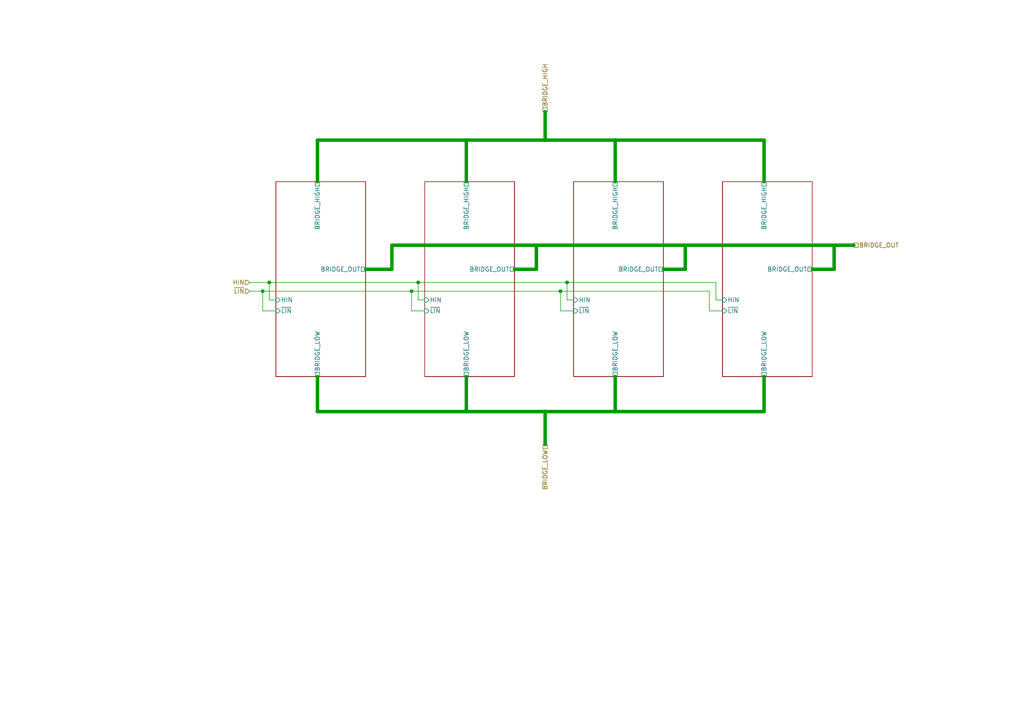
<source format=kicad_sch>
(kicad_sch (version 20211123) (generator eeschema)
  (paper "A4")
  (lib_symbols)
  (junction (at 164.465 81.915))
  (junction (at 76.2 84.455))
  (junction (at 121.285 81.915))
  (junction (at 135.255 40.64))
  (junction (at 198.755 71.12))
  (junction (at 158.115 40.64))
  (junction (at 78.105 81.915))
  (junction (at 241.935 71.12))
  (junction (at 178.435 119.38))
  (junction (at 162.56 84.455))
  (junction (at 119.38 84.455))
  (junction (at 158.115 119.38))
  (junction (at 155.575 71.12))
  (junction (at 135.255 119.38))
  (junction (at 178.435 40.64))
  (wire (pts (xy 123.19 90.17) (xy 119.38 90.17)))
  (wire (pts (xy 221.615 119.38) (xy 221.615 109.22)) (stroke (width 1)))
  (wire (pts (xy 205.74 90.17) (xy 205.74 84.455)))
  (wire (pts (xy 123.19 86.995) (xy 121.285 86.995)))
  (wire (pts (xy 78.105 81.915) (xy 78.105 86.995)))
  (wire (pts (xy 198.755 78.105) (xy 198.755 71.12)) (stroke (width 1)))
  (wire (pts (xy 178.435 40.64) (xy 178.435 52.705)) (stroke (width 1)))
  (wire (pts (xy 113.665 78.105) (xy 113.665 71.12)) (stroke (width 1)))
  (wire (pts (xy 158.115 40.64) (xy 178.435 40.64)) (stroke (width 1)))
  (wire (pts (xy 135.255 109.22) (xy 135.255 119.38)) (stroke (width 1)))
  (wire (pts (xy 164.465 81.915) (xy 164.465 86.995)))
  (wire (pts (xy 121.285 81.915) (xy 164.465 81.915)))
  (wire (pts (xy 135.255 40.64) (xy 135.255 52.705)) (stroke (width 1)))
  (wire (pts (xy 207.645 86.995) (xy 209.55 86.995)))
  (wire (pts (xy 119.38 84.455) (xy 162.56 84.455)))
  (wire (pts (xy 178.435 109.22) (xy 178.435 119.38)) (stroke (width 1)))
  (wire (pts (xy 119.38 90.17) (xy 119.38 84.455)))
  (wire (pts (xy 76.2 90.17) (xy 80.01 90.17)))
  (wire (pts (xy 178.435 40.64) (xy 221.615 40.64)) (stroke (width 1)))
  (wire (pts (xy 155.575 78.105) (xy 155.575 71.12)) (stroke (width 1)))
  (wire (pts (xy 78.105 86.995) (xy 80.01 86.995)))
  (wire (pts (xy 121.285 81.915) (xy 121.285 86.995)))
  (wire (pts (xy 178.435 119.38) (xy 221.615 119.38)) (stroke (width 1)))
  (wire (pts (xy 106.045 78.105) (xy 113.665 78.105)) (stroke (width 1)))
  (wire (pts (xy 235.585 78.105) (xy 241.935 78.105)) (stroke (width 1)))
  (wire (pts (xy 221.615 40.64) (xy 221.615 52.705)) (stroke (width 1)))
  (wire (pts (xy 158.115 119.38) (xy 178.435 119.38)) (stroke (width 1)))
  (wire (pts (xy 76.2 84.455) (xy 76.2 90.17)))
  (wire (pts (xy 209.55 90.17) (xy 205.74 90.17)))
  (wire (pts (xy 207.645 81.915) (xy 207.645 86.995)))
  (wire (pts (xy 166.37 86.995) (xy 164.465 86.995)))
  (wire (pts (xy 158.115 32.385) (xy 158.115 40.64)) (stroke (width 1)))
  (wire (pts (xy 78.105 81.915) (xy 121.285 81.915)))
  (wire (pts (xy 72.39 84.455) (xy 76.2 84.455)))
  (wire (pts (xy 198.755 71.12) (xy 241.935 71.12)) (stroke (width 1)))
  (wire (pts (xy 92.075 119.38) (xy 135.255 119.38)) (stroke (width 1)))
  (wire (pts (xy 166.37 90.17) (xy 162.56 90.17)))
  (wire (pts (xy 164.465 81.915) (xy 207.645 81.915)))
  (wire (pts (xy 149.225 78.105) (xy 155.575 78.105)) (stroke (width 1)))
  (wire (pts (xy 72.39 81.915) (xy 78.105 81.915)))
  (wire (pts (xy 241.935 71.12) (xy 247.65 71.12)) (stroke (width 1)))
  (wire (pts (xy 192.405 78.105) (xy 198.755 78.105)) (stroke (width 1)))
  (wire (pts (xy 92.075 109.22) (xy 92.075 119.38)) (stroke (width 1)))
  (wire (pts (xy 135.255 119.38) (xy 158.115 119.38)) (stroke (width 1)))
  (wire (pts (xy 113.665 71.12) (xy 155.575 71.12)) (stroke (width 1)))
  (wire (pts (xy 162.56 84.455) (xy 205.74 84.455)))
  (wire (pts (xy 241.935 78.105) (xy 241.935 71.12)) (stroke (width 1)))
  (wire (pts (xy 92.075 52.705) (xy 92.075 40.64)) (stroke (width 1)))
  (wire (pts (xy 76.2 84.455) (xy 119.38 84.455)))
  (wire (pts (xy 135.255 40.64) (xy 158.115 40.64)) (stroke (width 1)))
  (wire (pts (xy 158.115 119.38) (xy 158.115 128.905)) (stroke (width 1)))
  (wire (pts (xy 162.56 90.17) (xy 162.56 84.455)))
  (wire (pts (xy 92.075 40.64) (xy 135.255 40.64)) (stroke (width 1)))
  (wire (pts (xy 155.575 71.12) (xy 198.755 71.12)) (stroke (width 1)))
  (hierarchical_label "HIN" (shape input) (at 72.39 81.915 180))
  (hierarchical_label "BRIDGE_HIGH" (shape passive) (at 158.115 32.385 90))
  (hierarchical_label "BRIDGE_OUT" (shape passive) (at 247.65 71.12 0))
  (hierarchical_label "~{LIN}" (shape input) (at 72.39 84.455 180))
  (hierarchical_label "BRIDGE_LOW" (shape passive) (at 158.115 128.905 270))
  (sheet (at 166.37 52.705) (size 26.035 56.515) (stroke (width 0.1524))
    (property "Sheet name" "singlebridge3" (effects hide))
    (property "Sheet file" "singlebridge.kicad_sch" (effects hide))
    (pin "BRIDGE_LOW" passive (at 178.435 109.22 270))
    (pin "BRIDGE_OUT" passive (at 192.405 78.105 0))
    (pin "BRIDGE_HIGH" passive (at 178.435 52.705 90))
    (pin "HIN" input (at 166.37 86.995 180))
    (pin "~{LIN}" input (at 166.37 90.17 180))
  )
  (sheet (at 123.19 52.705) (size 26.035 56.515) (stroke (width 0.1524))
    (property "Sheet name" "singlebridge2" (effects hide))
    (property "Sheet file" "singlebridge.kicad_sch" (effects hide))
    (pin "BRIDGE_LOW" passive (at 135.255 109.22 270))
    (pin "BRIDGE_OUT" passive (at 149.225 78.105 0))
    (pin "BRIDGE_HIGH" passive (at 135.255 52.705 90))
    (pin "HIN" input (at 123.19 86.995 180))
    (pin "~{LIN}" input (at 123.19 90.17 180))
  )
  (sheet (at 209.55 52.705) (size 26.035 56.515) (stroke (width 0.1524))
    (property "Sheet name" "singlebridge4" (effects hide))
    (property "Sheet file" "singlebridge.kicad_sch" (effects hide))
    (pin "BRIDGE_LOW" passive (at 221.615 109.22 270))
    (pin "BRIDGE_OUT" passive (at 235.585 78.105 0))
    (pin "BRIDGE_HIGH" passive (at 221.615 52.705 90))
    (pin "HIN" input (at 209.55 86.995 180))
    (pin "~{LIN}" input (at 209.55 90.17 180))
  )
  (sheet (at 80.01 52.705) (size 26.035 56.515) (stroke (width 0.1524))
    (property "Sheet name" "singlebridge1" (effects hide))
    (property "Sheet file" "singlebridge.kicad_sch" (effects hide))
    (pin "BRIDGE_LOW" passive (at 92.075 109.22 270))
    (pin "BRIDGE_OUT" passive (at 106.045 78.105 0))
    (pin "BRIDGE_HIGH" passive (at 92.075 52.705 90))
    (pin "HIN" input (at 80.01 86.995 180))
    (pin "~{LIN}" input (at 80.01 90.17 180))
  )
)
</source>
